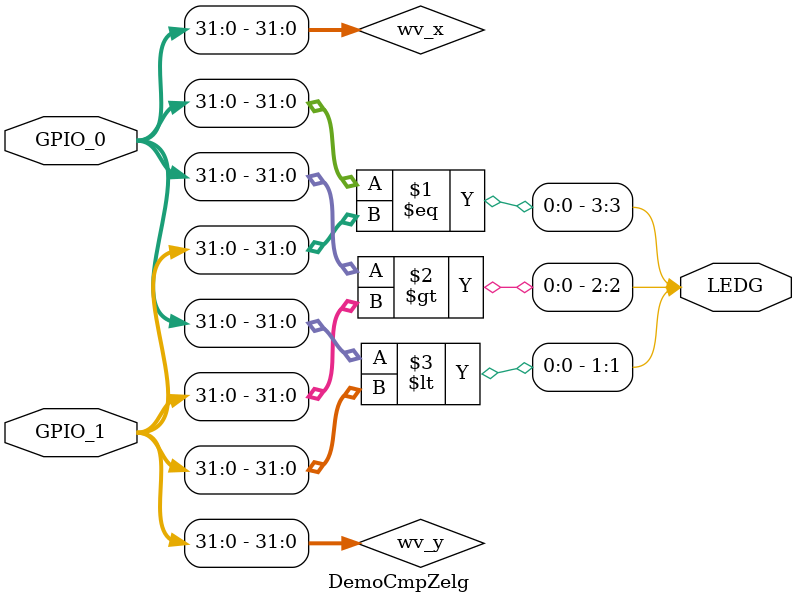
<source format=v>
module DemoCmpZelg
(
	//Clock Input
//	input [1:0] CLOCK_24,  // 24 MHz
//	input [1:0] CLOCK_27,  // 27 MHz
//	input       CLOCK_50,  // 50 MHz
//	input       EXT_CLOCK, // External Clock

	// Push Button
//	input [3:0] BUTTONS, // Active - LOW

	// DPDT Switch
//	input [9:0] SW, // Active - HIGH
	
	// LED, Active - HIGH
//	output [9:0] LEDR,
	output [7:0] LEDG,


	//7-SEG Dispaly, Active - LOW
//	output [6:0] HEX0,
//	output [6:0] HEX1,
//	output [6:0] HEX2,
//	output [6:0] HEX3,

	// UART
//	output UART_TXD,
//	input  UART_RXD,

	// VGA
//	output VGA_HS,      // VGA H_SYNC
//	output VGA_VS,      // VGA V_SYNC
//	output [3:0] VGA_R, // VGA Red[3:0]
//	output [3:0] VGA_G, // VGA Green[3:0]
//	output [3:0] VGA_B, // VGA Blue[3:0]

	// Audio CODEC
//	inout  AUD_ADCLRCK, // ADC LR Clock
//	input  AUD_ADCDAT,  // ADC Data
//	inout  AUD_DACLRCK, // DAC LR Clock
//	output AUD_DACDAT,  // DAC Data
//	inout  AUD_BCLK,    // Bit-Stream Clock
//	output AUD_XCK,     // Chip Clock

	// SRAM Interface
//	inout  [15:0] SRAM_DQ,   // Data bus 16 Bits
//	output [17:0] SRAM_ADDR, // Address bus 18 Bits
//	output SRAM_UB_N,        // High-byte Data Mask 
//	output SRAM_LB_N,        // Low-byte Data Mask 
//	output SRAM_WE_N,        // Write Enable
//	output SRAM_CE_N,        // Chip Enable
//	output SRAM_OE_N,        // Output Enable

	// SDRAM
//	inout  [15:0] DRAM_DQ,   // SDRAM Data bus 16 Bits
//	output [11:0] DRAM_ADDR, // SDRAM Address bus 12 Bits
//	output DRAM_LDQM,        // SDRAM Low-byte Data Mask 
//	output DRAM_UDQM,        // SDRAM High-byte Data Mask
//	output DRAM_WE_N,        // SDRAM Write Enable
//	output DRAM_CAS_N,       // SDRAM Column Address Strobe
//	output DRAM_RAS_N,       // SDRAM Row Address Strobe
//	output DRAM_CS_N,        // SDRAM Chip Select
//	output DRAM_BA_0,        // SDRAM Bank Address 0
//	output DRAM_BA_1,        // SDRAM Bank Address 0
//	output DRAM_CLK,         // SDRAM Clock
//	output DRAM_CKE,         // SDRAM Clock Enable

	// Flash Interface
//	inout  [7:0]  FL_DQ,   // Data bus 8 Bits
//	output [21:0] FL_ADDR, // Address bus 22 Bits
//	output FL_WE_N,        // Write Enable
//	output FL_RST_N,       // Reset
//	output FL_OE_N,        // Output Enable
//	output FL_CE_N,        // Chip Enable
	
	// SD Card Interface
//	inout  SD_DAT,  //Data
//	inout  SD_DAT3, //Data 3
//	inout  SD_CMD,  //Command Signal
//	output SD_CLK,  //Clock
	
	// I2C
//	inout  I2C_SDAT,
//	output I2C_SCLK,

	// PS2
//	input PS2_DAT,
//	input PS2_CLK,

	// USB JTAG link
//	input  TDI, // CPLD -> FPGA (data in)
//	input  TCK, // CPLD -> FPGA (clk)
//	input  TCS, // CPLD -> FPGA (CS)
//	output TDO, // FPGA -> CPLD (data out)

	// GPIO
	input[35:0] GPIO_0, // GPIO Connection 0
	input[35:0] GPIO_1  // GPIO Connection 1
);

wire [31:0] wv_x = GPIO_0[31:0];
wire [31:0] wv_y = GPIO_1[31:0];

assign LEDG[3] = wv_x == wv_y;
assign LEDG[2] = wv_x > wv_y;
assign LEDG[1] = wv_x < wv_y;

//CmpZelg #(.p_WIDTH(32)) cmp0(.iv_x(wv_x), .iv_y(wv_y), .o_zero(LEDG[3]), .o_equal(LEDG[2]), .o_less(LEDG[1]), .o_greater(LEDG[0]));

endmodule

</source>
